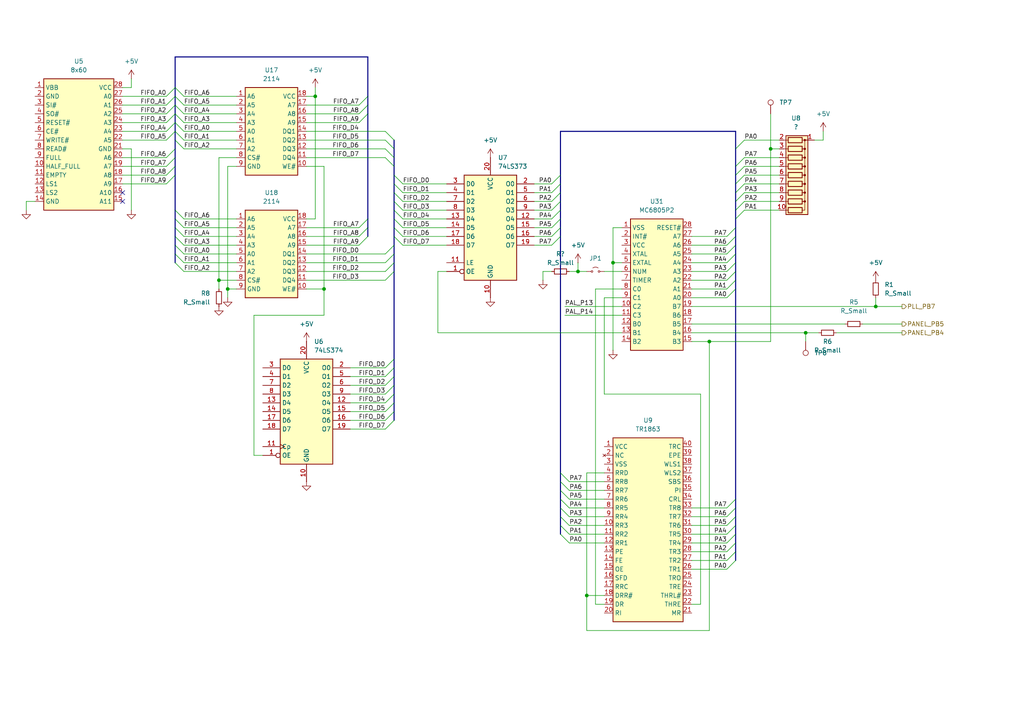
<source format=kicad_sch>
(kicad_sch (version 20231120) (generator "eeschema") (generator_version "8.0")
  (paper "A4")
  (lib_symbols
    (symbol "74xx:74LS373"
      (property "Reference" "U" (at -7.62 16.51 0))
      (property "Value" "74LS373" (at -7.62 -16.51 0))
      (symbol "74LS373_1_0"
        (pin input inverted (at -12.7 -12.7 0) (length 5.08) (name "OE") (number "1"))
        (pin power_in line (at 0 -20.32 90) (length 5.08) (name "GND") (number "10"))
        (pin input line (at -12.7 -10.16 0) (length 5.08) (name "LE") (number "11"))
        (pin tri_state line (at 12.7 2.54 180) (length 5.08) (name "O4") (number "12"))
        (pin input line (at -12.7 2.54 0) (length 5.08) (name "D4") (number "13"))
        (pin input line (at -12.7 0 0) (length 5.08) (name "D5") (number "14"))
        (pin tri_state line (at 12.7 0 180) (length 5.08) (name "O5") (number "15"))
        (pin tri_state line (at 12.7 -2.54 180) (length 5.08) (name "O6") (number "16"))
        (pin input line (at -12.7 -2.54 0) (length 5.08) (name "D6") (number "17"))
        (pin input line (at -12.7 -5.08 0) (length 5.08) (name "D7") (number "18"))
        (pin tri_state line (at 12.7 -5.08 180) (length 5.08) (name "O7") (number "19"))
        (pin tri_state line (at 12.7 12.7 180) (length 5.08) (name "O0") (number "2"))
        (pin power_in line (at 0 20.32 270) (length 5.08) (name "VCC") (number "20"))
        (pin input line (at -12.7 12.7 0) (length 5.08) (name "D0") (number "3"))
        (pin input line (at -12.7 10.16 0) (length 5.08) (name "D1") (number "4"))
        (pin tri_state line (at 12.7 10.16 180) (length 5.08) (name "O1") (number "5"))
        (pin tri_state line (at 12.7 7.62 180) (length 5.08) (name "O2") (number "6"))
        (pin input line (at -12.7 7.62 0) (length 5.08) (name "D2") (number "7"))
        (pin input line (at -12.7 5.08 0) (length 5.08) (name "D3") (number "8"))
        (pin tri_state line (at 12.7 5.08 180) (length 5.08) (name "O3") (number "9"))
      )
      (symbol "74LS373_1_1"
        (rectangle (start -7.62 15.24) (end 7.62 -15.24) (stroke (width 0.254)) (fill (type background)))
      )
    )
    (symbol "74xx:74LS374"
      (property "Reference" "U" (at -7.62 16.51 0))
      (property "Value" "74LS374" (at -7.62 -16.51 0))
      (symbol "74LS374_1_0"
        (pin input inverted (at -12.7 -12.7 0) (length 5.08) (name "OE") (number "1"))
        (pin power_in line (at 0 -20.32 90) (length 5.08) (name "GND") (number "10"))
        (pin input clock (at -12.7 -10.16 0) (length 5.08) (name "Cp") (number "11"))
        (pin tri_state line (at 12.7 2.54 180) (length 5.08) (name "O4") (number "12"))
        (pin input line (at -12.7 2.54 0) (length 5.08) (name "D4") (number "13"))
        (pin input line (at -12.7 0 0) (length 5.08) (name "D5") (number "14"))
        (pin tri_state line (at 12.7 0 180) (length 5.08) (name "O5") (number "15"))
        (pin tri_state line (at 12.7 -2.54 180) (length 5.08) (name "O6") (number "16"))
        (pin input line (at -12.7 -2.54 0) (length 5.08) (name "D6") (number "17"))
        (pin input line (at -12.7 -5.08 0) (length 5.08) (name "D7") (number "18"))
        (pin tri_state line (at 12.7 -5.08 180) (length 5.08) (name "O7") (number "19"))
        (pin tri_state line (at 12.7 12.7 180) (length 5.08) (name "O0") (number "2"))
        (pin power_in line (at 0 20.32 270) (length 5.08) (name "VCC") (number "20"))
        (pin input line (at -12.7 12.7 0) (length 5.08) (name "D0") (number "3"))
        (pin input line (at -12.7 10.16 0) (length 5.08) (name "D1") (number "4"))
        (pin tri_state line (at 12.7 10.16 180) (length 5.08) (name "O1") (number "5"))
        (pin tri_state line (at 12.7 7.62 180) (length 5.08) (name "O2") (number "6"))
        (pin input line (at -12.7 7.62 0) (length 5.08) (name "D2") (number "7"))
        (pin input line (at -12.7 5.08 0) (length 5.08) (name "D3") (number "8"))
        (pin tri_state line (at 12.7 5.08 180) (length 5.08) (name "O3") (number "9"))
      )
      (symbol "74LS374_1_1"
        (rectangle (start -7.62 15.24) (end 7.62 -15.24) (stroke (width 0.254)) (fill (type background)))
      )
    )
    (symbol "Connector:TestPoint" (pin_numbers hide) (pin_names (offset 0.762) hide)
      (property "Reference" "TP" (at 0 6.858 0))
      (property "Value" "TestPoint" (at 0 5.08 0))
      (symbol "TestPoint_0_1"
        (circle (center 0 3.302) (radius 0.762))
      )
      (symbol "TestPoint_1_1"
        (pin passive line (at 0 0 90) (length 2.54) (name "1") (number "1"))
      )
    )
    (symbol "Device:R_Network09" (pin_names (offset 0) hide)
      (property "Reference" "RN" (at -12.7 0 90))
      (property "Value" "R_Network09" (at 12.7 0 90))
      (symbol "R_Network09_0_1"
        (rectangle (start -11.43 -3.175) (end 11.43 3.175) (stroke (width 0.254)) (fill (type background)))
        (rectangle (start -10.922 1.524) (end -9.398 -2.54) (stroke (width 0.254)))
        (circle (center -10.16 2.286) (radius 0.254) (fill (type outline)))
        (rectangle (start -8.382 1.524) (end -6.858 -2.54) (stroke (width 0.254)))
        (circle (center -7.62 2.286) (radius 0.254) (fill (type outline)))
        (rectangle (start -5.842 1.524) (end -4.318 -2.54) (stroke (width 0.254)))
        (circle (center -5.08 2.286) (radius 0.254) (fill (type outline)))
        (rectangle (start -3.302 1.524) (end -1.778 -2.54) (stroke (width 0.254)))
        (circle (center -2.54 2.286) (radius 0.254) (fill (type outline)))
        (rectangle (start -0.762 1.524) (end 0.762 -2.54) (stroke (width 0.254)))
        (polyline (pts (xy -10.16 -2.54) (xy -10.16 -3.81)))
        (polyline (pts (xy -7.62 -2.54) (xy -7.62 -3.81)))
        (polyline (pts (xy -5.08 -2.54) (xy -5.08 -3.81)))
        (polyline (pts (xy -2.54 -2.54) (xy -2.54 -3.81)))
        (polyline (pts (xy 0 -2.54) (xy 0 -3.81)))
        (polyline (pts (xy 2.54 -2.54) (xy 2.54 -3.81)))
        (polyline (pts (xy 5.08 -2.54) (xy 5.08 -3.81)))
        (polyline (pts (xy 7.62 -2.54) (xy 7.62 -3.81)))
        (polyline (pts (xy 10.16 -2.54) (xy 10.16 -3.81)))
        (polyline (pts (xy -10.16 1.524) (xy -10.16 2.286) (xy -7.62 2.286) (xy -7.62 1.524)))
        (polyline (pts (xy -7.62 1.524) (xy -7.62 2.286) (xy -5.08 2.286) (xy -5.08 1.524)))
        (polyline (pts (xy -5.08 1.524) (xy -5.08 2.286) (xy -2.54 2.286) (xy -2.54 1.524)))
        (polyline (pts (xy -2.54 1.524) (xy -2.54 2.286) (xy 0 2.286) (xy 0 1.524)))
        (polyline (pts (xy 0 1.524) (xy 0 2.286) (xy 2.54 2.286) (xy 2.54 1.524)))
        (polyline (pts (xy 2.54 1.524) (xy 2.54 2.286) (xy 5.08 2.286) (xy 5.08 1.524)))
        (polyline (pts (xy 5.08 1.524) (xy 5.08 2.286) (xy 7.62 2.286) (xy 7.62 1.524)))
        (polyline (pts (xy 7.62 1.524) (xy 7.62 2.286) (xy 10.16 2.286) (xy 10.16 1.524)))
        (circle (center 0 2.286) (radius 0.254) (fill (type outline)))
        (rectangle (start 1.778 1.524) (end 3.302 -2.54) (stroke (width 0.254)))
        (circle (center 2.54 2.286) (radius 0.254) (fill (type outline)))
        (rectangle (start 4.318 1.524) (end 5.842 -2.54) (stroke (width 0.254)))
        (circle (center 5.08 2.286) (radius 0.254) (fill (type outline)))
        (rectangle (start 6.858 1.524) (end 8.382 -2.54) (stroke (width 0.254)))
        (circle (center 7.62 2.286) (radius 0.254) (fill (type outline)))
        (rectangle (start 9.398 1.524) (end 10.922 -2.54) (stroke (width 0.254)))
      )
      (symbol "R_Network09_1_1"
        (pin passive line (at -10.16 5.08 270) (length 2.54) (name "common") (number "1"))
        (pin passive line (at 10.16 -5.08 90) (length 1.27) (name "R9") (number "10"))
        (pin passive line (at -10.16 -5.08 90) (length 1.27) (name "R1") (number "2"))
        (pin passive line (at -7.62 -5.08 90) (length 1.27) (name "R2") (number "3"))
        (pin passive line (at -5.08 -5.08 90) (length 1.27) (name "R3") (number "4"))
        (pin passive line (at -2.54 -5.08 90) (length 1.27) (name "R4") (number "5"))
        (pin passive line (at 0 -5.08 90) (length 1.27) (name "R5") (number "6"))
        (pin passive line (at 2.54 -5.08 90) (length 1.27) (name "R6") (number "7"))
        (pin passive line (at 5.08 -5.08 90) (length 1.27) (name "R7") (number "8"))
        (pin passive line (at 7.62 -5.08 90) (length 1.27) (name "R8") (number "9"))
      )
    )
    (symbol "Device:R_Small" (pin_numbers hide) (pin_names (offset 0.254) hide)
      (property "Reference" "R" (at 0.762 0.508 0))
      (property "Value" "R_Small" (at 0.762 -1.016 0))
      (symbol "R_Small_0_1"
        (rectangle (start -0.762 1.778) (end 0.762 -1.778) (stroke (width 0.2032)))
      )
      (symbol "R_Small_1_1"
        (pin passive line (at 0 2.54 270) (length 0.762) (name "~") (number "1"))
        (pin passive line (at 0 -2.54 90) (length 0.762) (name "~") (number "2"))
      )
    )
    (symbol "Jumper:Jumper_2_Small_Open" (pin_numbers hide) (pin_names (offset 0) hide) (exclude_from_sim yes)
      (property "Reference" "JP" (at 0 2.794 0))
      (property "Value" "Jumper_2_Small_Open" (at 0 -2.286 0))
      (symbol "Jumper_2_Small_Open_0_0"
        (circle (center -1.016 0) (radius 0.254))
        (circle (center 1.016 0) (radius 0.254))
      )
      (symbol "Jumper_2_Small_Open_0_1"
        (arc (start 0.762 1.0196) (mid 0 1.2729) (end -0.762 1.0196))
      )
      (symbol "Jumper_2_Small_Open_1_1"
        (pin passive line (at -2.54 0 0) (length 1.27) (name "A") (number "1"))
        (pin passive line (at 2.54 0 180) (length 1.27) (name "B") (number "2"))
      )
    )
    (symbol "intel:2114"
      (property "Reference" "U" (at 0 0 0))
      (property "Value" "2114" (at 0 0 0))
      (symbol "2114_1_1"
        (rectangle (start -7.62 12.7) (end 7.62 -12.7) (stroke (width 0.254)) (fill (type background)))
        (pin input line (at -10.16 10.16 0) (length 2.54) (name "A6") (number "1"))
        (pin input line (at 10.16 -10.16 180) (length 2.54) (name "WE#") (number "10"))
        (pin bidirectional line (at 10.16 -7.62 180) (length 2.54) (name "DQ4") (number "11"))
        (pin bidirectional line (at 10.16 -5.08 180) (length 2.54) (name "DQ3") (number "12"))
        (pin bidirectional line (at 10.16 -2.54 180) (length 2.54) (name "DQ2") (number "13"))
        (pin bidirectional line (at 10.16 0 180) (length 2.54) (name "DQ1") (number "14"))
        (pin input line (at 10.16 2.54 180) (length 2.54) (name "A9") (number "15"))
        (pin input line (at 10.16 5.08 180) (length 2.54) (name "A8") (number "16"))
        (pin input line (at 10.16 7.62 180) (length 2.54) (name "A7") (number "17"))
        (pin power_in line (at 10.16 10.16 180) (length 2.54) (name "VCC") (number "18"))
        (pin input line (at -10.16 7.62 0) (length 2.54) (name "A5") (number "2"))
        (pin input line (at -10.16 5.08 0) (length 2.54) (name "A4") (number "3"))
        (pin input line (at -10.16 2.54 0) (length 2.54) (name "A3") (number "4"))
        (pin input line (at -10.16 0 0) (length 2.54) (name "A0") (number "5"))
        (pin input line (at -10.16 -2.54 0) (length 2.54) (name "A1") (number "6"))
        (pin input line (at -10.16 -5.08 0) (length 2.54) (name "A2") (number "7"))
        (pin input line (at -10.16 -7.62 0) (length 2.54) (name "CS#") (number "8"))
        (pin power_in line (at -10.16 -10.16 0) (length 2.54) (name "GND") (number "9"))
      )
    )
    (symbol "motorola:MC6805P2"
      (property "Reference" "U" (at 0 0 0))
      (property "Value" "MC6805P2" (at 0 0 0))
      (symbol "MC6805P2_1_1"
        (rectangle (start -7.62 19.05) (end 7.62 -19.05) (stroke (width 0.254)) (fill (type background)))
        (pin unspecified line (at -10.16 16.51 0) (length 2.54) (name "VSS") (number "1"))
        (pin bidirectional line (at -10.16 -6.35 0) (length 2.54) (name "C2") (number "10"))
        (pin bidirectional line (at -10.16 -8.89 0) (length 2.54) (name "C3") (number "11"))
        (pin bidirectional line (at -10.16 -11.43 0) (length 2.54) (name "B0") (number "12"))
        (pin bidirectional line (at -10.16 -13.97 0) (length 2.54) (name "B1") (number "13"))
        (pin bidirectional line (at -10.16 -16.51 0) (length 2.54) (name "B2") (number "14"))
        (pin bidirectional line (at 10.16 -16.51 180) (length 2.54) (name "B3") (number "15"))
        (pin bidirectional line (at 10.16 -13.97 180) (length 2.54) (name "B4") (number "16"))
        (pin bidirectional line (at 10.16 -11.43 180) (length 2.54) (name "B5") (number "17"))
        (pin bidirectional line (at 10.16 -8.89 180) (length 2.54) (name "B6") (number "18"))
        (pin bidirectional line (at 10.16 -6.35 180) (length 2.54) (name "B7") (number "19"))
        (pin unspecified line (at -10.16 13.97 0) (length 2.54) (name "INT#") (number "2"))
        (pin bidirectional line (at 10.16 -3.81 180) (length 2.54) (name "A0") (number "20"))
        (pin bidirectional line (at 10.16 -1.27 180) (length 2.54) (name "A1") (number "21"))
        (pin bidirectional line (at 10.16 1.27 180) (length 2.54) (name "A2") (number "22"))
        (pin bidirectional line (at 10.16 3.81 180) (length 2.54) (name "A3") (number "23"))
        (pin bidirectional line (at 10.16 6.35 180) (length 2.54) (name "A4") (number "24"))
        (pin bidirectional line (at 10.16 8.89 180) (length 2.54) (name "A5") (number "25"))
        (pin bidirectional line (at 10.16 11.43 180) (length 2.54) (name "A6") (number "26"))
        (pin bidirectional line (at 10.16 13.97 180) (length 2.54) (name "A7") (number "27"))
        (pin unspecified line (at 10.16 16.51 180) (length 2.54) (name "RESET#") (number "28"))
        (pin unspecified line (at -10.16 11.43 0) (length 2.54) (name "VCC") (number "3"))
        (pin unspecified line (at -10.16 8.89 0) (length 2.54) (name "XTAL") (number "4"))
        (pin unspecified line (at -10.16 6.35 0) (length 2.54) (name "EXTAL") (number "5"))
        (pin unspecified line (at -10.16 3.81 0) (length 2.54) (name "NUM") (number "6"))
        (pin unspecified line (at -10.16 1.27 0) (length 2.54) (name "TIMER") (number "7"))
        (pin bidirectional line (at -10.16 -1.27 0) (length 2.54) (name "C0") (number "8"))
        (pin bidirectional line (at -10.16 -3.81 0) (length 2.54) (name "C1") (number "9"))
      )
    )
    (symbol "power:+5V" (power) (pin_numbers hide) (pin_names (offset 0) hide)
      (property "Value" "+5V" (at 0 3.556 0))
      (symbol "+5V_0_1"
        (polyline (pts (xy -0.762 1.27) (xy 0 2.54)))
        (polyline (pts (xy 0 0) (xy 0 2.54)))
        (polyline (pts (xy 0 2.54) (xy 0.762 1.27)))
      )
      (symbol "+5V_1_1"
        (pin power_in line (at 0 0 90) (length 0) (name "~") (number "1"))
      )
    )
    (symbol "power:GND" (power) (pin_numbers hide) (pin_names (offset 0) hide)
      (property "Value" "GND" (at 0 -3.81 0))
      (symbol "GND_0_1"
        (polyline (pts (xy 0 0) (xy 0 -1.27) (xy 1.27 -1.27) (xy 0 -2.54) (xy -1.27 -1.27) (xy 0 -1.27)))
      )
      (symbol "GND_1_1"
        (pin power_in line (at 0 0 270) (length 0) (name "~") (number "1"))
      )
    )
    (symbol "signetics:8X60"
      (property "Reference" "U" (at 0 0 0))
      (property "Value" "8x60" (at 0 0 0))
      (symbol "8X60_1_1"
        (rectangle (start -10.16 19.05) (end 10.16 -19.05) (stroke (width 0.254)) (fill (type background)))
        (pin power_in line (at -12.7 16.51 0) (length 2.54) (name "VBB") (number "1"))
        (pin output line (at -12.7 -6.35 0) (length 2.54) (name "HALF_FULL") (number "10"))
        (pin bidirectional line (at -12.7 -8.89 0) (length 2.54) (name "EMPTY") (number "11"))
        (pin input line (at -12.7 -11.43 0) (length 2.54) (name "LS1") (number "12"))
        (pin input line (at -12.7 -13.97 0) (length 2.54) (name "LS2") (number "13"))
        (pin power_in line (at -12.7 -16.51 0) (length 2.54) (name "GND") (number "14"))
        (pin output line (at 12.7 -16.51 180) (length 2.54) (name "A11") (number "15"))
        (pin output line (at 12.7 -13.97 180) (length 2.54) (name "A10") (number "16"))
        (pin output line (at 12.7 -11.43 180) (length 2.54) (name "A9") (number "17"))
        (pin output line (at 12.7 -8.89 180) (length 2.54) (name "A8") (number "18"))
        (pin output line (at 12.7 -6.35 180) (length 2.54) (name "A7") (number "19"))
        (pin power_in line (at -12.7 13.97 0) (length 2.54) (name "GND") (number "2"))
        (pin output line (at 12.7 -3.81 180) (length 2.54) (name "A6") (number "20"))
        (pin power_in line (at 12.7 -1.27 180) (length 2.54) (name "GND") (number "21"))
        (pin output line (at 12.7 1.27 180) (length 2.54) (name "A5") (number "22"))
        (pin output line (at 12.7 3.81 180) (length 2.54) (name "A4") (number "23"))
        (pin output line (at 12.7 6.35 180) (length 2.54) (name "A3") (number "24"))
        (pin output line (at 12.7 8.89 180) (length 2.54) (name "A2") (number "25"))
        (pin output line (at 12.7 11.43 180) (length 2.54) (name "A1") (number "26"))
        (pin output line (at 12.7 13.97 180) (length 2.54) (name "A0") (number "27"))
        (pin power_in line (at 12.7 16.51 180) (length 2.54) (name "VCC") (number "28"))
        (pin input line (at -12.7 11.43 0) (length 2.54) (name "SI#") (number "3"))
        (pin input line (at -12.7 8.89 0) (length 2.54) (name "SO#") (number "4"))
        (pin input line (at -12.7 6.35 0) (length 2.54) (name "RESET#") (number "5"))
        (pin input line (at -12.7 3.81 0) (length 2.54) (name "CE#") (number "6"))
        (pin output line (at -12.7 1.27 0) (length 2.54) (name "WRITE#") (number "7"))
        (pin output line (at -12.7 -1.27 0) (length 2.54) (name "READ#") (number "8"))
        (pin bidirectional line (at -12.7 -3.81 0) (length 2.54) (name "FULL") (number "9"))
      )
    )
    (symbol "western_digital:TR1863"
      (property "Reference" "U" (at 0 0 0))
      (property "Value" "TR1863" (at 0 0 0))
      (symbol "TR1863_1_1"
        (rectangle (start -10.16 26.67) (end 10.16 -26.67) (stroke (width 0.254)) (fill (type background)))
        (pin power_in line (at -12.7 24.13 0) (length 2.54) (name "VCC") (number "1"))
        (pin output line (at -12.7 1.27 0) (length 2.54) (name "RR3") (number "10"))
        (pin output line (at -12.7 -1.27 0) (length 2.54) (name "RR2") (number "11"))
        (pin output line (at -12.7 -3.81 0) (length 2.54) (name "RR1") (number "12"))
        (pin output line (at -12.7 -6.35 0) (length 2.54) (name "PE") (number "13"))
        (pin output line (at -12.7 -8.89 0) (length 2.54) (name "FE") (number "14"))
        (pin output line (at -12.7 -11.43 0) (length 2.54) (name "OE") (number "15"))
        (pin input line (at -12.7 -13.97 0) (length 2.54) (name "SFD") (number "16"))
        (pin input line (at -12.7 -16.51 0) (length 2.54) (name "RRC") (number "17"))
        (pin input line (at -12.7 -19.05 0) (length 2.54) (name "DRR#") (number "18"))
        (pin output line (at -12.7 -21.59 0) (length 2.54) (name "DR") (number "19"))
        (pin no_connect line (at -12.7 21.59 0) (length 2.54) (name "NC") (number "2"))
        (pin input line (at -12.7 -24.13 0) (length 2.54) (name "RI") (number "20"))
        (pin input line (at 12.7 -24.13 180) (length 2.54) (name "MR") (number "21"))
        (pin output line (at 12.7 -21.59 180) (length 2.54) (name "THRE") (number "22"))
        (pin input line (at 12.7 -19.05 180) (length 2.54) (name "THRL#") (number "23"))
        (pin output line (at 12.7 -16.51 180) (length 2.54) (name "TRE") (number "24"))
        (pin output line (at 12.7 -13.97 180) (length 2.54) (name "TRO") (number "25"))
        (pin input line (at 12.7 -11.43 180) (length 2.54) (name "TR1") (number "26"))
        (pin input line (at 12.7 -8.89 180) (length 2.54) (name "TR2") (number "27"))
        (pin input line (at 12.7 -6.35 180) (length 2.54) (name "TR3") (number "28"))
        (pin input line (at 12.7 -3.81 180) (length 2.54) (name "TR4") (number "29"))
        (pin power_in line (at -12.7 19.05 0) (length 2.54) (name "VSS") (number "3"))
        (pin input line (at 12.7 -1.27 180) (length 2.54) (name "TR5") (number "30"))
        (pin input line (at 12.7 1.27 180) (length 2.54) (name "TR6") (number "31"))
        (pin input line (at 12.7 3.81 180) (length 2.54) (name "TR7") (number "32"))
        (pin input line (at 12.7 6.35 180) (length 2.54) (name "TR8") (number "33"))
        (pin input line (at 12.7 8.89 180) (length 2.54) (name "CRL") (number "34"))
        (pin input line (at 12.7 11.43 180) (length 2.54) (name "PI") (number "35"))
        (pin input line (at 12.7 13.97 180) (length 2.54) (name "SBS") (number "36"))
        (pin input line (at 12.7 16.51 180) (length 2.54) (name "WLS2") (number "37"))
        (pin input line (at 12.7 19.05 180) (length 2.54) (name "WLS1") (number "38"))
        (pin input line (at 12.7 21.59 180) (length 2.54) (name "EPE") (number "39"))
        (pin input line (at -12.7 16.51 0) (length 2.54) (name "RRD") (number "4"))
        (pin input line (at 12.7 24.13 180) (length 2.54) (name "TRC") (number "40"))
        (pin output line (at -12.7 13.97 0) (length 2.54) (name "RR8") (number "5"))
        (pin output line (at -12.7 11.43 0) (length 2.54) (name "RR7") (number "6"))
        (pin output line (at -12.7 8.89 0) (length 2.54) (name "RR6") (number "7"))
        (pin output line (at -12.7 6.35 0) (length 2.54) (name "RR5") (number "8"))
        (pin output line (at -12.7 3.81 0) (length 2.54) (name "RR4") (number "9"))
      )
    )
  )
  (junction (at 223.52 43.18))
  (junction (at 254 88.9))
  (junction (at 177.8 76.2))
  (junction (at 233.68 96.52))
  (junction (at 167.64 78.74))
  (junction (at 91.44 27.94))
  (junction (at 170.18 172.72))
  (junction (at 63.5 81.28))
  (junction (at 205.74 99.06))
  (junction (at 66.04 83.82))
  (junction (at 93.98 83.82))
  (no_connect (at 35.56 58.42))
  (no_connect (at 35.56 55.88))
  (bus_entry (at 210.82 76.2) (size 2.54 -2.54))
  (bus_entry (at 210.82 78.74) (size 2.54 -2.54))
  (bus_entry (at 111.76 81.28) (size 2.54 -2.54))
  (bus_entry (at 210.82 81.28) (size 2.54 -2.54))
  (bus_entry (at 104.14 68.58) (size 2.54 -2.54))
  (bus_entry (at 111.76 116.84) (size 2.54 -2.54))
  (bus_entry (at 210.82 152.4) (size 2.54 -2.54))
  (bus_entry (at 213.36 48.26) (size 2.54 -2.54))
  (bus_entry (at 116.84 55.88) (size -2.54 -2.54))
  (bus_entry (at 160.02 63.5) (size 2.54 -2.54))
  (bus_entry (at 210.82 157.48) (size 2.54 -2.54))
  (bus_entry (at 160.02 58.42) (size 2.54 -2.54))
  (bus_entry (at 111.76 121.92) (size 2.54 -2.54))
  (bus_entry (at 111.76 119.38) (size 2.54 -2.54))
  (bus_entry (at 165.1 139.7) (size -2.54 -2.54))
  (bus_entry (at 53.34 76.2) (size -2.54 -2.54))
  (bus_entry (at 210.82 162.56) (size 2.54 -2.54))
  (bus_entry (at 111.76 43.18) (size 2.54 2.54))
  (bus_entry (at 165.1 152.4) (size -2.54 -2.54))
  (bus_entry (at 165.1 144.78) (size -2.54 -2.54))
  (bus_entry (at 53.34 33.02) (size -2.54 -2.54))
  (bus_entry (at 48.26 35.56) (size 2.54 -2.54))
  (bus_entry (at 111.76 40.64) (size 2.54 2.54))
  (bus_entry (at 210.82 68.58) (size 2.54 -2.54))
  (bus_entry (at 48.26 45.72) (size 2.54 -2.54))
  (bus_entry (at 111.76 76.2) (size 2.54 -2.54))
  (bus_entry (at 116.84 60.96) (size -2.54 -2.54))
  (bus_entry (at 48.26 30.48) (size 2.54 -2.54))
  (bus_entry (at 213.36 60.96) (size 2.54 -2.54))
  (bus_entry (at 53.34 63.5) (size -2.54 -2.54))
  (bus_entry (at 111.76 73.66) (size 2.54 -2.54))
  (bus_entry (at 210.82 73.66) (size 2.54 -2.54))
  (bus_entry (at 53.34 68.58) (size -2.54 -2.54))
  (bus_entry (at 210.82 147.32) (size 2.54 -2.54))
  (bus_entry (at 111.76 114.3) (size 2.54 -2.54))
  (bus_entry (at 111.76 124.46) (size 2.54 -2.54))
  (bus_entry (at 104.14 35.56) (size 2.54 -2.54))
  (bus_entry (at 210.82 160.02) (size 2.54 -2.54))
  (bus_entry (at 160.02 66.04) (size 2.54 -2.54))
  (bus_entry (at 53.34 40.64) (size -2.54 -2.54))
  (bus_entry (at 104.14 66.04) (size 2.54 -2.54))
  (bus_entry (at 48.26 48.26) (size 2.54 -2.54))
  (bus_entry (at 48.26 38.1) (size 2.54 -2.54))
  (bus_entry (at 210.82 71.12) (size 2.54 -2.54))
  (bus_entry (at 53.34 66.04) (size -2.54 -2.54))
  (bus_entry (at 116.84 53.34) (size -2.54 -2.54))
  (bus_entry (at 116.84 63.5) (size -2.54 -2.54))
  (bus_entry (at 160.02 71.12) (size 2.54 -2.54))
  (bus_entry (at 213.36 43.18) (size 2.54 -2.54))
  (bus_entry (at 48.26 33.02) (size 2.54 -2.54))
  (bus_entry (at 160.02 53.34) (size 2.54 -2.54))
  (bus_entry (at 160.02 68.58) (size 2.54 -2.54))
  (bus_entry (at 111.76 109.22) (size 2.54 -2.54))
  (bus_entry (at 111.76 106.68) (size 2.54 -2.54))
  (bus_entry (at 165.1 154.94) (size -2.54 -2.54))
  (bus_entry (at 53.34 35.56) (size -2.54 -2.54))
  (bus_entry (at 48.26 50.8) (size 2.54 -2.54))
  (bus_entry (at 210.82 86.36) (size 2.54 -2.54))
  (bus_entry (at 213.36 58.42) (size 2.54 -2.54))
  (bus_entry (at 213.36 55.88) (size 2.54 -2.54))
  (bus_entry (at 210.82 83.82) (size 2.54 -2.54))
  (bus_entry (at 160.02 55.88) (size 2.54 -2.54))
  (bus_entry (at 111.76 38.1) (size 2.54 2.54))
  (bus_entry (at 53.34 71.12) (size -2.54 -2.54))
  (bus_entry (at 48.26 53.34) (size 2.54 -2.54))
  (bus_entry (at 116.84 71.12) (size -2.54 -2.54))
  (bus_entry (at 53.34 43.18) (size -2.54 -2.54))
  (bus_entry (at 53.34 78.74) (size -2.54 -2.54))
  (bus_entry (at 104.14 30.48) (size 2.54 -2.54))
  (bus_entry (at 48.26 40.64) (size 2.54 -2.54))
  (bus_entry (at 213.36 53.34) (size 2.54 -2.54))
  (bus_entry (at 213.36 63.5) (size 2.54 -2.54))
  (bus_entry (at 116.84 58.42) (size -2.54 -2.54))
  (bus_entry (at 213.36 50.8) (size 2.54 -2.54))
  (bus_entry (at 111.76 78.74) (size 2.54 -2.54))
  (bus_entry (at 165.1 142.24) (size -2.54 -2.54))
  (bus_entry (at 160.02 60.96) (size 2.54 -2.54))
  (bus_entry (at 104.14 33.02) (size 2.54 -2.54))
  (bus_entry (at 48.26 27.94) (size 2.54 -2.54))
  (bus_entry (at 165.1 157.48) (size -2.54 -2.54))
  (bus_entry (at 111.76 111.76) (size 2.54 -2.54))
  (bus_entry (at 210.82 165.1) (size 2.54 -2.54))
  (bus_entry (at 116.84 66.04) (size -2.54 -2.54))
  (bus_entry (at 53.34 30.48) (size -2.54 -2.54))
  (bus_entry (at 53.34 27.94) (size -2.54 -2.54))
  (bus_entry (at 104.14 71.12) (size 2.54 -2.54))
  (bus_entry (at 210.82 149.86) (size 2.54 -2.54))
  (bus_entry (at 165.1 149.86) (size -2.54 -2.54))
  (bus_entry (at 210.82 154.94) (size 2.54 -2.54))
  (bus_entry (at 165.1 147.32) (size -2.54 -2.54))
  (bus_entry (at 53.34 38.1) (size -2.54 -2.54))
  (bus_entry (at 116.84 68.58) (size -2.54 -2.54))
  (bus_entry (at 111.76 45.72) (size 2.54 2.54))
  (bus_entry (at 53.34 73.66) (size -2.54 -2.54))
  (wire (pts (xy 35.56 48.26) (xy 48.26 48.26)))
  (wire (pts (xy 38.1 25.4) (xy 38.1 22.86)))
  (bus (pts (xy 114.3 55.88) (xy 114.3 58.42)))
  (wire (pts (xy 48.26 33.02) (xy 35.56 33.02)))
  (bus (pts (xy 114.3 119.38) (xy 114.3 121.92)))
  (wire (pts (xy 68.58 30.48) (xy 53.34 30.48)))
  (bus (pts (xy 114.3 45.72) (xy 114.3 48.26)))
  (wire (pts (xy 175.26 147.32) (xy 165.1 147.32)))
  (wire (pts (xy 154.94 60.96) (xy 160.02 60.96)))
  (wire (pts (xy 200.66 162.56) (xy 210.82 162.56)))
  (bus (pts (xy 213.36 50.8) (xy 213.36 53.34)))
  (wire (pts (xy 200.66 71.12) (xy 210.82 71.12)))
  (bus (pts (xy 50.8 71.12) (xy 50.8 73.66)))
  (wire (pts (xy 88.9 38.1) (xy 111.76 38.1)))
  (bus (pts (xy 162.56 142.24) (xy 162.56 144.78)))
  (bus (pts (xy 114.3 114.3) (xy 114.3 116.84)))
  (bus (pts (xy 213.36 81.28) (xy 213.36 83.82)))
  (bus (pts (xy 213.36 83.82) (xy 213.36 144.78)))
  (bus (pts (xy 114.3 40.64) (xy 114.3 43.18)))
  (bus (pts (xy 162.56 147.32) (xy 162.56 149.86)))
  (bus (pts (xy 50.8 48.26) (xy 50.8 50.8)))
  (wire (pts (xy 68.58 83.82) (xy 66.04 83.82)))
  (wire (pts (xy 177.8 66.04) (xy 180.34 66.04)))
  (bus (pts (xy 114.3 53.34) (xy 114.3 55.88)))
  (wire (pts (xy 236.22 40.64) (xy 238.76 40.64)))
  (wire (pts (xy 116.84 60.96) (xy 129.54 60.96)))
  (bus (pts (xy 213.36 157.48) (xy 213.36 160.02)))
  (wire (pts (xy 73.66 132.08) (xy 76.2 132.08)))
  (wire (pts (xy 200.66 81.28) (xy 210.82 81.28)))
  (wire (pts (xy 200.66 73.66) (xy 210.82 73.66)))
  (wire (pts (xy 63.5 81.28) (xy 63.5 83.82)))
  (bus (pts (xy 162.56 137.16) (xy 162.56 139.7)))
  (wire (pts (xy 10.16 58.42) (xy 7.62 58.42)))
  (wire (pts (xy 68.58 38.1) (xy 53.34 38.1)))
  (wire (pts (xy 223.52 99.06) (xy 223.52 43.18)))
  (wire (pts (xy 175.26 86.36) (xy 175.26 114.3)))
  (wire (pts (xy 88.9 66.04) (xy 104.14 66.04)))
  (wire (pts (xy 53.34 78.74) (xy 68.58 78.74)))
  (wire (pts (xy 223.52 43.18) (xy 226.06 43.18)))
  (wire (pts (xy 35.56 25.4) (xy 38.1 25.4)))
  (wire (pts (xy 88.9 73.66) (xy 111.76 73.66)))
  (wire (pts (xy 175.26 139.7) (xy 165.1 139.7)))
  (bus (pts (xy 213.36 66.04) (xy 213.36 68.58)))
  (wire (pts (xy 35.56 27.94) (xy 48.26 27.94)))
  (wire (pts (xy 233.68 96.52) (xy 233.68 99.06)))
  (wire (pts (xy 175.26 144.78) (xy 165.1 144.78)))
  (wire (pts (xy 215.9 50.8) (xy 226.06 50.8)))
  (wire (pts (xy 66.04 83.82) (xy 66.04 86.36)))
  (wire (pts (xy 127 78.74) (xy 127 96.52)))
  (wire (pts (xy 154.94 53.34) (xy 160.02 53.34)))
  (wire (pts (xy 68.58 27.94) (xy 53.34 27.94)))
  (wire (pts (xy 35.56 38.1) (xy 48.26 38.1)))
  (bus (pts (xy 213.36 38.1) (xy 213.36 43.18)))
  (wire (pts (xy 88.9 33.02) (xy 104.14 33.02)))
  (wire (pts (xy 223.52 43.18) (xy 223.52 33.02)))
  (bus (pts (xy 162.56 152.4) (xy 162.56 154.94)))
  (wire (pts (xy 160.02 78.74) (xy 157.48 78.74)))
  (wire (pts (xy 35.56 45.72) (xy 48.26 45.72)))
  (wire (pts (xy 154.94 55.88) (xy 160.02 55.88)))
  (wire (pts (xy 170.18 78.74) (xy 167.64 78.74)))
  (bus (pts (xy 114.3 106.68) (xy 114.3 109.22)))
  (bus (pts (xy 114.3 68.58) (xy 114.3 71.12)))
  (wire (pts (xy 200.66 152.4) (xy 210.82 152.4)))
  (wire (pts (xy 215.9 55.88) (xy 226.06 55.88)))
  (wire (pts (xy 200.66 86.36) (xy 210.82 86.36)))
  (wire (pts (xy 172.72 83.82) (xy 172.72 175.26)))
  (wire (pts (xy 101.6 119.38) (xy 111.76 119.38)))
  (wire (pts (xy 170.18 182.88) (xy 205.74 182.88)))
  (bus (pts (xy 114.3 50.8) (xy 114.3 53.34)))
  (wire (pts (xy 200.66 165.1) (xy 210.82 165.1)))
  (wire (pts (xy 88.9 30.48) (xy 104.14 30.48)))
  (wire (pts (xy 200.66 157.48) (xy 210.82 157.48)))
  (bus (pts (xy 50.8 50.8) (xy 50.8 60.96)))
  (wire (pts (xy 101.6 116.84) (xy 111.76 116.84)))
  (bus (pts (xy 114.3 66.04) (xy 114.3 68.58)))
  (wire (pts (xy 91.44 63.5) (xy 91.44 27.94)))
  (bus (pts (xy 162.56 53.34) (xy 162.56 50.8)))
  (wire (pts (xy 88.9 81.28) (xy 111.76 81.28)))
  (wire (pts (xy 200.66 160.02) (xy 210.82 160.02)))
  (wire (pts (xy 165.1 78.74) (xy 167.64 78.74)))
  (bus (pts (xy 213.36 144.78) (xy 213.36 147.32)))
  (wire (pts (xy 91.44 27.94) (xy 88.9 27.94)))
  (wire (pts (xy 154.94 63.5) (xy 160.02 63.5)))
  (bus (pts (xy 162.56 68.58) (xy 162.56 137.16)))
  (wire (pts (xy 35.56 35.56) (xy 48.26 35.56)))
  (bus (pts (xy 213.36 152.4) (xy 213.36 154.94)))
  (wire (pts (xy 68.58 73.66) (xy 53.34 73.66)))
  (wire (pts (xy 116.84 68.58) (xy 129.54 68.58)))
  (wire (pts (xy 200.66 68.58) (xy 210.82 68.58)))
  (wire (pts (xy 200.66 99.06) (xy 205.74 99.06)))
  (wire (pts (xy 68.58 63.5) (xy 53.34 63.5)))
  (wire (pts (xy 200.66 76.2) (xy 210.82 76.2)))
  (wire (pts (xy 101.6 111.76) (xy 111.76 111.76)))
  (bus (pts (xy 162.56 38.1) (xy 213.36 38.1)))
  (bus (pts (xy 213.36 43.18) (xy 213.36 48.26)))
  (wire (pts (xy 200.66 96.52) (xy 233.68 96.52)))
  (wire (pts (xy 101.6 106.68) (xy 111.76 106.68)))
  (wire (pts (xy 175.26 154.94) (xy 165.1 154.94)))
  (bus (pts (xy 213.36 48.26) (xy 213.36 50.8)))
  (wire (pts (xy 215.9 48.26) (xy 226.06 48.26)))
  (wire (pts (xy 175.26 152.4) (xy 165.1 152.4)))
  (bus (pts (xy 213.36 58.42) (xy 213.36 60.96)))
  (bus (pts (xy 114.3 73.66) (xy 114.3 76.2)))
  (wire (pts (xy 200.66 88.9) (xy 254 88.9)))
  (wire (pts (xy 88.9 45.72) (xy 111.76 45.72)))
  (wire (pts (xy 167.64 78.74) (xy 167.64 76.2)))
  (bus (pts (xy 50.8 40.64) (xy 50.8 43.18)))
  (bus (pts (xy 106.68 63.5) (xy 106.68 33.02)))
  (wire (pts (xy 116.84 66.04) (xy 129.54 66.04)))
  (bus (pts (xy 114.3 43.18) (xy 114.3 45.72)))
  (wire (pts (xy 68.58 71.12) (xy 53.34 71.12)))
  (wire (pts (xy 215.9 53.34) (xy 226.06 53.34)))
  (wire (pts (xy 163.83 91.44) (xy 180.34 91.44)))
  (bus (pts (xy 50.8 68.58) (xy 50.8 71.12)))
  (wire (pts (xy 35.56 50.8) (xy 48.26 50.8)))
  (bus (pts (xy 114.3 109.22) (xy 114.3 111.76)))
  (wire (pts (xy 215.9 40.64) (xy 226.06 40.64)))
  (bus (pts (xy 162.56 68.58) (xy 162.56 66.04)))
  (bus (pts (xy 213.36 76.2) (xy 213.36 78.74)))
  (wire (pts (xy 205.74 99.06) (xy 205.74 182.88)))
  (bus (pts (xy 50.8 43.18) (xy 50.8 45.72)))
  (wire (pts (xy 205.74 99.06) (xy 223.52 99.06)))
  (wire (pts (xy 88.9 78.74) (xy 111.76 78.74)))
  (wire (pts (xy 68.58 66.04) (xy 53.34 66.04)))
  (bus (pts (xy 50.8 66.04) (xy 50.8 68.58)))
  (bus (pts (xy 106.68 16.51) (xy 50.8 16.51)))
  (wire (pts (xy 154.94 66.04) (xy 160.02 66.04)))
  (bus (pts (xy 106.68 33.02) (xy 106.68 30.48)))
  (bus (pts (xy 50.8 73.66) (xy 50.8 76.2)))
  (wire (pts (xy 93.98 91.44) (xy 73.66 91.44)))
  (bus (pts (xy 114.3 76.2) (xy 114.3 78.74)))
  (wire (pts (xy 93.98 48.26) (xy 93.98 83.82)))
  (bus (pts (xy 50.8 27.94) (xy 50.8 30.48)))
  (wire (pts (xy 68.58 76.2) (xy 53.34 76.2)))
  (wire (pts (xy 68.58 48.26) (xy 66.04 48.26)))
  (wire (pts (xy 200.66 154.94) (xy 210.82 154.94)))
  (bus (pts (xy 50.8 45.72) (xy 50.8 48.26)))
  (wire (pts (xy 35.56 40.64) (xy 48.26 40.64)))
  (wire (pts (xy 116.84 58.42) (xy 129.54 58.42)))
  (wire (pts (xy 180.34 96.52) (xy 127 96.52)))
  (wire (pts (xy 101.6 109.22) (xy 111.76 109.22)))
  (wire (pts (xy 200.66 149.86) (xy 210.82 149.86)))
  (bus (pts (xy 106.68 66.04) (xy 106.68 63.5)))
  (wire (pts (xy 88.9 40.64) (xy 111.76 40.64)))
  (wire (pts (xy 200.66 147.32) (xy 210.82 147.32)))
  (wire (pts (xy 254 88.9) (xy 261.62 88.9)))
  (wire (pts (xy 154.94 71.12) (xy 160.02 71.12)))
  (wire (pts (xy 68.58 35.56) (xy 53.34 35.56)))
  (wire (pts (xy 177.8 76.2) (xy 177.8 66.04)))
  (wire (pts (xy 53.34 43.18) (xy 68.58 43.18)))
  (wire (pts (xy 88.9 48.26) (xy 93.98 48.26)))
  (wire (pts (xy 170.18 137.16) (xy 175.26 137.16)))
  (wire (pts (xy 63.5 45.72) (xy 63.5 81.28)))
  (bus (pts (xy 162.56 66.04) (xy 162.56 63.5)))
  (wire (pts (xy 163.83 88.9) (xy 180.34 88.9)))
  (bus (pts (xy 213.36 154.94) (xy 213.36 157.48)))
  (wire (pts (xy 38.1 43.18) (xy 35.56 43.18)))
  (bus (pts (xy 114.3 63.5) (xy 114.3 66.04)))
  (wire (pts (xy 175.26 78.74) (xy 180.34 78.74)))
  (wire (pts (xy 250.19 93.98) (xy 261.62 93.98)))
  (bus (pts (xy 114.3 78.74) (xy 114.3 104.14)))
  (wire (pts (xy 200.66 93.98) (xy 245.11 93.98)))
  (wire (pts (xy 157.48 78.74) (xy 157.48 81.28)))
  (bus (pts (xy 50.8 38.1) (xy 50.8 40.64)))
  (bus (pts (xy 213.36 160.02) (xy 213.36 162.56)))
  (wire (pts (xy 116.84 55.88) (xy 129.54 55.88)))
  (bus (pts (xy 106.68 68.58) (xy 106.68 66.04)))
  (wire (pts (xy 175.26 142.24) (xy 165.1 142.24)))
  (wire (pts (xy 175.26 157.48) (xy 165.1 157.48)))
  (wire (pts (xy 7.62 58.42) (xy 7.62 60.96)))
  (bus (pts (xy 213.36 53.34) (xy 213.36 55.88)))
  (bus (pts (xy 114.3 60.96) (xy 114.3 63.5)))
  (bus (pts (xy 114.3 58.42) (xy 114.3 60.96)))
  (wire (pts (xy 88.9 35.56) (xy 104.14 35.56)))
  (bus (pts (xy 50.8 25.4) (xy 50.8 27.94)))
  (bus (pts (xy 114.3 71.12) (xy 114.3 73.66)))
  (bus (pts (xy 213.36 63.5) (xy 213.36 66.04)))
  (wire (pts (xy 91.44 25.4) (xy 91.44 27.94)))
  (wire (pts (xy 170.18 172.72) (xy 170.18 182.88)))
  (wire (pts (xy 66.04 48.26) (xy 66.04 83.82)))
  (wire (pts (xy 180.34 83.82) (xy 172.72 83.82)))
  (wire (pts (xy 200.66 83.82) (xy 210.82 83.82)))
  (bus (pts (xy 162.56 60.96) (xy 162.56 58.42)))
  (wire (pts (xy 215.9 45.72) (xy 226.06 45.72)))
  (wire (pts (xy 154.94 58.42) (xy 160.02 58.42)))
  (wire (pts (xy 175.26 149.86) (xy 165.1 149.86)))
  (wire (pts (xy 116.84 63.5) (xy 129.54 63.5)))
  (wire (pts (xy 170.18 137.16) (xy 170.18 172.72)))
  (wire (pts (xy 177.8 101.6) (xy 177.8 76.2)))
  (wire (pts (xy 38.1 60.96) (xy 38.1 43.18)))
  (wire (pts (xy 68.58 68.58) (xy 53.34 68.58)))
  (wire (pts (xy 172.72 175.26) (xy 175.26 175.26)))
  (bus (pts (xy 50.8 60.96) (xy 50.8 63.5)))
  (bus (pts (xy 162.56 63.5) (xy 162.56 60.96)))
  (wire (pts (xy 101.6 114.3) (xy 111.76 114.3)))
  (wire (pts (xy 116.84 71.12) (xy 129.54 71.12)))
  (wire (pts (xy 215.9 58.42) (xy 226.06 58.42)))
  (bus (pts (xy 162.56 144.78) (xy 162.56 147.32)))
  (wire (pts (xy 88.9 43.18) (xy 111.76 43.18)))
  (bus (pts (xy 50.8 35.56) (xy 50.8 38.1)))
  (bus (pts (xy 114.3 116.84) (xy 114.3 119.38)))
  (wire (pts (xy 170.18 172.72) (xy 175.26 172.72)))
  (bus (pts (xy 50.8 16.51) (xy 50.8 25.4)))
  (bus (pts (xy 106.68 27.94) (xy 106.68 16.51)))
  (wire (pts (xy 35.56 30.48) (xy 48.26 30.48)))
  (bus (pts (xy 213.36 55.88) (xy 213.36 58.42)))
  (wire (pts (xy 35.56 53.34) (xy 48.26 53.34)))
  (wire (pts (xy 88.9 68.58) (xy 104.14 68.58)))
  (wire (pts (xy 88.9 63.5) (xy 91.44 63.5)))
  (wire (pts (xy 175.26 114.3) (xy 203.2 114.3)))
  (wire (pts (xy 238.76 40.64) (xy 238.76 38.1)))
  (bus (pts (xy 162.56 149.86) (xy 162.56 152.4)))
  (wire (pts (xy 203.2 175.26) (xy 200.66 175.26)))
  (bus (pts (xy 162.56 58.42) (xy 162.56 55.88)))
  (bus (pts (xy 213.36 60.96) (xy 213.36 63.5)))
  (bus (pts (xy 114.3 48.26) (xy 114.3 50.8)))
  (wire (pts (xy 177.8 76.2) (xy 180.34 76.2)))
  (wire (pts (xy 73.66 91.44) (xy 73.66 132.08)))
  (bus (pts (xy 162.56 50.8) (xy 162.56 38.1)))
  (bus (pts (xy 114.3 104.14) (xy 114.3 106.68)))
  (bus (pts (xy 114.3 111.76) (xy 114.3 114.3)))
  (wire (pts (xy 127 78.74) (xy 129.54 78.74)))
  (wire (pts (xy 68.58 33.02) (xy 53.34 33.02)))
  (wire (pts (xy 68.58 45.72) (xy 63.5 45.72)))
  (wire (pts (xy 215.9 60.96) (xy 226.06 60.96)))
  (wire (pts (xy 254 86.36) (xy 254 88.9)))
  (wire (pts (xy 242.57 96.52) (xy 261.62 96.52)))
  (wire (pts (xy 200.66 78.74) (xy 210.82 78.74)))
  (wire (pts (xy 116.84 53.34) (xy 129.54 53.34)))
  (bus (pts (xy 213.36 147.32) (xy 213.36 149.86)))
  (wire (pts (xy 101.6 121.92) (xy 111.76 121.92)))
  (bus (pts (xy 50.8 30.48) (xy 50.8 33.02)))
  (bus (pts (xy 213.36 149.86) (xy 213.36 152.4)))
  (wire (pts (xy 93.98 83.82) (xy 88.9 83.82)))
  (wire (pts (xy 93.98 83.82) (xy 93.98 91.44)))
  (bus (pts (xy 162.56 55.88) (xy 162.56 53.34)))
  (bus (pts (xy 50.8 63.5) (xy 50.8 66.04)))
  (bus (pts (xy 213.36 68.58) (xy 213.36 71.12)))
  (bus (pts (xy 106.68 30.48) (xy 106.68 27.94)))
  (bus (pts (xy 213.36 71.12) (xy 213.36 73.66)))
  (wire (pts (xy 233.68 96.52) (xy 237.49 96.52)))
  (wire (pts (xy 63.5 81.28) (xy 68.58 81.28)))
  (wire (pts (xy 68.58 40.64) (xy 53.34 40.64)))
  (bus (pts (xy 213.36 78.74) (xy 213.36 81.28)))
  (wire (pts (xy 180.34 86.36) (xy 175.26 86.36)))
  (wire (pts (xy 88.9 71.12) (xy 104.14 71.12)))
  (wire (pts (xy 154.94 68.58) (xy 160.02 68.58)))
  (wire (pts (xy 203.2 114.3) (xy 203.2 175.26)))
  (bus (pts (xy 50.8 33.02) (xy 50.8 35.56)))
  (bus (pts (xy 162.56 139.7) (xy 162.56 142.24)))
  (wire (pts (xy 88.9 76.2) (xy 111.76 76.2)))
  (bus (pts (xy 213.36 73.66) (xy 213.36 76.2)))
  (wire (pts (xy 101.6 124.46) (xy 111.76 124.46)))
  (label "PA2" (at 165.1 152.4 0))
  (label "PA0" (at 165.1 157.48 0))
  (label "PA0" (at 210.82 165.1 180))
  (label "PA2" (at 210.82 160.02 180))
  (label "FIFO_A2" (at 53.34 78.74 0))
  (label "FIFO_A7" (at 48.26 48.26 180))
  (label "PA4" (at 165.1 147.32 0))
  (label "FIFO_A8" (at 48.26 50.8 180))
  (label "PA0" (at 215.9 40.64 0))
  (label "PA1" (at 210.82 162.56 180))
  (label "FIFO_D0" (at 111.76 106.68 180))
  (label "PA0" (at 160.02 53.34 180))
  (label "PA7" (at 160.02 71.12 180))
  (label "PA5" (at 210.82 152.4 180))
  (label "FIFO_D4" (at 116.84 63.5 0))
  (label "FIFO_A8" (at 104.14 68.58 180))
  (label "FIFO_D5" (at 116.84 66.04 0))
  (label "PA5" (at 160.02 66.04 180))
  (label "FIFO_A6" (at 53.34 27.94 0))
  (label "FIFO_A8" (at 104.14 33.02 180))
  (label "PA4" (at 210.82 76.2 180))
  (label "FIFO_A6" (at 48.26 45.72 180))
  (label "FIFO_A3" (at 53.34 71.12 0))
  (label "FIFO_D3" (at 111.76 114.3 180))
  (label "PA6" (at 210.82 71.12 180))
  (label "FIFO_A5" (at 48.26 40.64 180))
  (label "FIFO_D1" (at 111.76 109.22 180))
  (label "PAL_P14" (at 163.83 91.44 0))
  (label "FIFO_A0" (at 53.34 73.66 0))
  (label "FIFO_A2" (at 48.26 33.02 180))
  (label "FIFO_A9" (at 104.14 35.56 180))
  (label "FIFO_D6" (at 104.14 43.18 180))
  (label "PA3" (at 165.1 149.86 0))
  (label "PA5" (at 165.1 144.78 0))
  (label "FIFO_D2" (at 111.76 111.76 180))
  (label "FIFO_D4" (at 104.14 38.1 180))
  (label "PA2" (at 215.9 58.42 0))
  (label "PA3" (at 215.9 55.88 0))
  (label "PA0" (at 210.82 86.36 180))
  (label "FIFO_D4" (at 111.76 116.84 180))
  (label "PA6" (at 165.1 142.24 0))
  (label "FIFO_A5" (at 53.34 30.48 0))
  (label "PA3" (at 210.82 157.48 180))
  (label "PA6" (at 210.82 149.86 180))
  (label "FIFO_A6" (at 53.34 63.5 0))
  (label "FIFO_A1" (at 48.26 30.48 180))
  (label "FIFO_D6" (at 116.84 68.58 0))
  (label "PA1" (at 160.02 55.88 180))
  (label "FIFO_D1" (at 116.84 55.88 0))
  (label "PA4" (at 210.82 154.94 180))
  (label "FIFO_A0" (at 53.34 38.1 0))
  (label "PA2" (at 160.02 58.42 180))
  (label "FIFO_D1" (at 104.14 76.2 180))
  (label "FIFO_D7" (at 104.14 45.72 180))
  (label "FIFO_A3" (at 53.34 35.56 0))
  (label "PA4" (at 160.02 63.5 180))
  (label "FIFO_A4" (at 53.34 68.58 0))
  (label "FIFO_A1" (at 53.34 76.2 0))
  (label "FIFO_A3" (at 48.26 35.56 180))
  (label "PA1" (at 215.9 60.96 0))
  (label "FIFO_A5" (at 53.34 66.04 0))
  (label "PA1" (at 210.82 83.82 180))
  (label "FIFO_A7" (at 104.14 66.04 180))
  (label "PA2" (at 210.82 81.28 180))
  (label "FIFO_A2" (at 53.34 43.18 0))
  (label "PA6" (at 160.02 68.58 180))
  (label "FIFO_A7" (at 104.14 30.48 180))
  (label "FIFO_A9" (at 48.26 53.34 180))
  (label "PA6" (at 215.9 48.26 0))
  (label "FIFO_D0" (at 116.84 53.34 0))
  (label "PA5" (at 210.82 73.66 180))
  (label "FIFO_D7" (at 111.76 124.46 180))
  (label "FIFO_A0" (at 48.26 27.94 180))
  (label "FIFO_D3" (at 116.84 60.96 0))
  (label "PA7" (at 210.82 147.32 180))
  (label "FIFO_D2" (at 116.84 58.42 0))
  (label "FIFO_D2" (at 104.14 78.74 180))
  (label "PA5" (at 215.9 50.8 0))
  (label "PA7" (at 165.1 139.7 0))
  (label "PA7" (at 215.9 45.72 0))
  (label "PA4" (at 215.9 53.34 0))
  (label "FIFO_D5" (at 104.14 40.64 180))
  (label "FIFO_A9" (at 104.14 71.12 180))
  (label "FIFO_D3" (at 104.14 81.28 180))
  (label "PA3" (at 210.82 78.74 180))
  (label "FIFO_A4" (at 48.26 38.1 180))
  (label "FIFO_D7" (at 116.84 71.12 0))
  (label "PA7" (at 210.82 68.58 180))
  (label "FIFO_D5" (at 111.76 119.38 180))
  (label "PAL_P13" (at 163.83 88.9 0))
  (label "FIFO_D0" (at 104.14 73.66 180))
  (label "FIFO_A4" (at 53.34 33.02 0))
  (label "PA3" (at 160.02 60.96 180))
  (label "PA1" (at 165.1 154.94 0))
  (label "FIFO_A1" (at 53.34 40.64 0))
  (label "FIFO_D6" (at 111.76 121.92 180))
  (hierarchical_label "PLL_PB7" (shape output) (at 261.62 88.9 0))
  (hierarchical_label "PANEL_PB4" (shape output) (at 261.62 96.52 0))
  (hierarchical_label "PANEL_PB5" (shape output) (at 261.62 93.98 0))
  (symbol (lib_id "Device:R_Small") (at 240.03 96.52 90) (unit 1)
    (property "Reference" "R6" (at 240.03 99.06 90))
    (property "Value" "R_Small" (at 240.03 101.6 90))
    (property "Description" "Resistor, small symbol" (effects (hide yes)))
  )
  (symbol (lib_id "power:+5V") (at 142.24 45.72 0) (unit 1)
    (property "Reference" "#PWR037" (effects (hide yes)))
    (property "Value" "+5V" (at 142.24 40.64 0))
    (property "Description" "Power symbol creates a global label with name \"+5V\"" (effects (hide yes)))
  )
  (symbol (lib_id "power:GND") (at 88.9 139.7 0) (unit 1)
    (property "Reference" "#PWR030" (effects (hide yes)))
    (property "Value" "GND" (effects (hide yes)))
    (property "Description" "Power symbol creates a global label with name \"GND\" , ground" (effects (hide yes)))
  )
  (symbol (lib_id "Connector:TestPoint") (at 233.68 99.06 180) (unit 1)
    (property "Reference" "TP8" (at 236.22 102.3619 0) (effects (justify right)))
    (property "Value" "TestPoint" (effects (hide yes)))
    (property "Description" "test point" (effects (hide yes)))
  )
  (symbol (lib_id "Device:R_Small") (at 247.65 93.98 90) (unit 1)
    (property "Reference" "R5" (at 247.65 87.63 90))
    (property "Value" "R_Small" (at 247.65 90.17 90))
    (property "Description" "Resistor, small symbol" (effects (hide yes)))
  )
  (symbol (lib_id "power:GND") (at 63.5 88.9 0) (unit 1)
    (property "Reference" "#PWR032" (effects (hide yes)))
    (property "Value" "GND" (effects (hide yes)))
    (property "Description" "Power symbol creates a global label with name \"GND\" , ground" (effects (hide yes)))
  )
  (symbol (lib_id "power:GND") (at 38.1 60.96 0) (unit 1)
    (property "Reference" "#PWR033" (effects (hide yes)))
    (property "Value" "GND" (effects (hide yes)))
    (property "Description" "Power symbol creates a global label with name \"GND\" , ground" (effects (hide yes)))
  )
  (symbol (lib_id "Device:R_Network09") (at 231.14 50.8 270) (unit 1)
    (property "Reference" "U8" (at 230.886 34.29 90))
    (property "Value" "?" (at 230.886 36.83 90))
    (property "Footprint" "Resistor_THT:R_Array_SIP10" (effects (hide yes)))
    (property "Datasheet" "http://www.vishay.com/docs/31509/csc.pdf" (effects (hide yes)))
    (property "Description" "9 resistor network, star topology, bussed resistors, small symbol" (effects (hide yes)))
  )
  (symbol (lib_id "motorola:MC6805P2") (at 190.5 82.55 0) (unit 1)
    (property "Reference" "U31" (at 190.5 58.42 0))
    (property "Value" "MC6805P2" (at 190.5 60.96 0))
    (property "Description" "HMOS Microprocessor" (effects (hide yes)))
  )
  (symbol (lib_id "power:GND") (at 142.24 86.36 0) (unit 1)
    (property "Reference" "#PWR029" (effects (hide yes)))
    (property "Value" "GND" (effects (hide yes)))
    (property "Description" "Power symbol creates a global label with name \"GND\" , ground" (effects (hide yes)))
  )
  (symbol (lib_id "power:+5V") (at 38.1 22.86 0) (unit 1)
    (property "Reference" "#PWR035" (effects (hide yes)))
    (property "Value" "+5V" (at 38.1 17.78 0))
    (property "Description" "Power symbol creates a global label with name \"+5V\"" (effects (hide yes)))
  )
  (symbol (lib_id "74xx:74LS373") (at 142.24 66.04 0) (unit 1)
    (property "Reference" "U7" (at 144.4341 45.72 0) (effects (justify left)))
    (property "Value" "74LS373" (at 144.4341 48.26 0) (effects (justify left)))
    (property "Datasheet" "http://www.ti.com/lit/gpn/sn74LS373" (effects (hide yes)))
    (property "Description" "8-bit Latch, 3-state outputs" (effects (hide yes)))
  )
  (symbol (lib_id "power:+5V") (at 254 81.28 0) (unit 1)
    (property "Reference" "#PWR025" (effects (hide yes)))
    (property "Value" "+5V" (at 254 76.2 0))
    (property "Description" "Power symbol creates a global label with name \"+5V\"" (effects (hide yes)))
  )
  (symbol (lib_id "power:GND") (at 157.48 81.28 0) (unit 1)
    (property "Reference" "#PWR039" (effects (hide yes)))
    (property "Value" "GND" (effects (hide yes)))
    (property "Description" "Power symbol creates a global label with name \"GND\" , ground" (effects (hide yes)))
  )
  (symbol (lib_id "Connector:TestPoint") (at 223.52 33.02 0) (unit 1)
    (property "Reference" "TP7" (at 226.06 29.7179 0) (effects (justify left)))
    (property "Value" "TestPoint" (effects (hide yes)))
    (property "Description" "test point" (effects (hide yes)))
  )
  (symbol (lib_id "power:+5V") (at 91.44 25.4 0) (unit 1)
    (property "Reference" "#PWR028" (effects (hide yes)))
    (property "Value" "+5V" (at 91.44 20.32 0))
    (property "Description" "Power symbol creates a global label with name \"+5V\"" (effects (hide yes)))
  )
  (symbol (lib_id "Jumper:Jumper_2_Small_Open") (at 172.72 78.74 0) (unit 1) (exclude_from_sim yes)
    (property "Reference" "JP1" (at 172.72 74.93 0))
    (property "Value" "Jumper_2_Small_Bridged" (effects (hide yes)))
    (property "Description" "Jumper, 2-pole, small symbol, open" (effects (hide yes)))
  )
  (symbol (lib_id "power:GND") (at 7.62 60.96 0) (unit 1)
    (property "Reference" "#PWR034" (effects (hide yes)))
    (property "Value" "GND" (effects (hide yes)))
    (property "Description" "Power symbol creates a global label with name \"GND\" , ground" (effects (hide yes)))
  )
  (symbol (lib_id "power:GND") (at 66.04 86.36 0) (unit 1)
    (property "Reference" "#PWR031" (effects (hide yes)))
    (property "Value" "GND" (effects (hide yes)))
    (property "Description" "Power symbol creates a global label with name \"GND\" , ground" (effects (hide yes)))
  )
  (symbol (lib_id "western_digital:TR1863") (at 187.96 153.67 0) (unit 1)
    (property "Reference" "U9" (at 187.96 121.92 0))
    (property "Value" "TR1863" (at 187.96 124.46 0))
    (property "Description" "Universal Asynchronous Receiver/Transmitter (UART)" (effects (hide yes)))
  )
  (symbol (lib_id "74xx:74LS374") (at 88.9 119.38 0) (unit 1)
    (property "Reference" "U6" (at 91.0941 99.06 0) (effects (justify left)))
    (property "Value" "74LS374" (at 91.0941 101.6 0) (effects (justify left)))
    (property "Datasheet" "http://www.ti.com/lit/gpn/sn74LS374" (effects (hide yes)))
    (property "Description" "8-bit Register, 3-state outputs" (effects (hide yes)))
  )
  (symbol (lib_id "power:+5V") (at 167.64 76.2 0) (unit 1)
    (property "Reference" "#PWR038" (effects (hide yes)))
    (property "Value" "+5V" (at 167.64 71.12 0))
    (property "Description" "Power symbol creates a global label with name \"+5V\"" (effects (hide yes)))
  )
  (symbol (lib_id "intel:2114") (at 78.74 38.1 0) (unit 1)
    (property "Reference" "U17" (at 78.74 20.32 0))
    (property "Value" "2114" (at 78.74 22.86 0))
    (property "Description" "1024 x 4 Static RAM" (effects (hide yes)))
  )
  (symbol (lib_id "intel:2114") (at 78.74 73.66 0) (unit 1)
    (property "Reference" "U18" (at 78.74 55.88 0))
    (property "Value" "2114" (at 78.74 58.42 0))
    (property "Description" "1024 x 4 Static RAM" (effects (hide yes)))
  )
  (symbol (lib_id "Device:R_Small") (at 63.5 86.36 0) (mirror y) (unit 1)
    (property "Reference" "R8" (at 60.96 85.0899 0) (effects (justify left)))
    (property "Value" "R_Small" (at 60.96 87.6299 0) (effects (justify left)))
    (property "Description" "Resistor, small symbol" (effects (hide yes)))
  )
  (symbol (lib_id "signetics:8X60") (at 22.86 41.91 0) (unit 1)
    (property "Reference" "U5" (at 22.86 17.78 0))
    (property "Value" "8x60" (at 22.86 20.32 0))
    (property "Description" "FIFO RAM Controller" (effects (hide yes)))
  )
  (symbol (lib_id "power:+5V") (at 88.9 99.06 0) (unit 1)
    (property "Reference" "#PWR036" (effects (hide yes)))
    (property "Value" "+5V" (at 88.9 93.98 0))
    (property "Description" "Power symbol creates a global label with name \"+5V\"" (effects (hide yes)))
  )
  (symbol (lib_id "power:+5V") (at 238.76 38.1 0) (unit 1)
    (property "Reference" "#PWR027" (effects (hide yes)))
    (property "Value" "+5V" (at 238.76 33.02 0))
    (property "Description" "Power symbol creates a global label with name \"+5V\"" (effects (hide yes)))
  )
  (symbol (lib_id "Device:R_Small") (at 162.56 78.74 90) (unit 1)
    (property "Reference" "R?" (at 162.56 73.66 90))
    (property "Value" "R_Small" (at 162.56 76.2 90))
    (property "Description" "Resistor, small symbol" (effects (hide yes)))
  )
  (symbol (lib_id "power:GND") (at 177.8 101.6 0) (unit 1)
    (property "Reference" "#PWR024" (effects (hide yes)))
    (property "Value" "GND" (effects (hide yes)))
    (property "Description" "Power symbol creates a global label with name \"GND\" , ground" (effects (hide yes)))
  )
  (symbol (lib_id "Device:R_Small") (at 254 83.82 0) (unit 1)
    (property "Reference" "R1" (at 256.54 82.5499 0) (effects (justify left)))
    (property "Value" "R_Small" (at 256.54 85.0899 0) (effects (justify left)))
    (property "Description" "Resistor, small symbol" (effects (hide yes)))
  )
)
</source>
